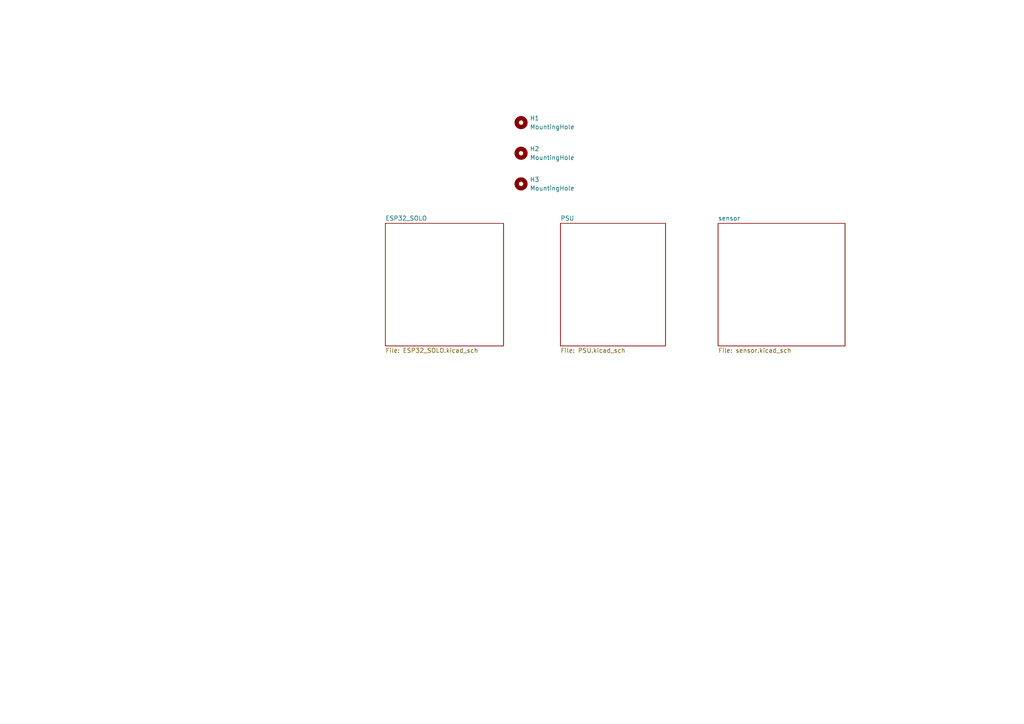
<source format=kicad_sch>
(kicad_sch (version 20211123) (generator eeschema)
  (paper "A4")
  (title_block (title "ESP32 Battery powered sensor") (date "2022-02-13") (rev "1.0"))
  (lib_symbols
    (symbol "Mechanical:MountingHole" (pin_names (offset 1.016))
      (property "Reference" "H" (at 0 5.08 0))
      (property "Value" "MountingHole" (at 0 3.175 0))
      (symbol "MountingHole_0_1"
        (circle (center 0 0) (radius 1.27) (stroke (width 1.27)))
      )
    )
  )
  (symbol (lib_id "Mechanical:MountingHole") (at 151.13 53.34 0) (unit 1)
    (property "Reference" "H3" (at 153.67 52.0699 0) (effects (justify left)))
    (property "Value" "MountingHole" (at 153.67 54.6099 0) (effects (justify left)))
    (property "Footprint" "MountingHole:MountingHole_2.2mm_M2_DIN965" (effects hide))
  )
  (symbol (lib_id "Mechanical:MountingHole") (at 151.13 44.45 0) (unit 1)
    (property "Reference" "H2" (at 153.67 43.1799 0) (effects (justify left)))
    (property "Value" "MountingHole" (at 153.67 45.7199 0) (effects (justify left)))
    (property "Footprint" "MountingHole:MountingHole_2.2mm_M2_DIN965" (effects hide))
  )
  (symbol (lib_id "Mechanical:MountingHole") (at 151.13 35.56 0) (unit 1)
    (property "Reference" "H1" (at 153.67 34.2899 0) (effects (justify left)))
    (property "Value" "MountingHole" (at 153.67 36.8299 0) (effects (justify left)))
    (property "Footprint" "MountingHole:MountingHole_2.2mm_M2_DIN965" (effects hide))
  )
  (sheet (at 208.28 64.77) (size 36.83 35.56) (stroke (width 0.1524))
    (property "Sheet name" "sensor" (at 208.28 64.0584 0) (effects (justify left bottom)))
    (property "Sheet file" "sensor.kicad_sch" (at 208.28 100.9146 0) (effects (justify left top)))
  )
  (sheet (at 162.56 64.77) (size 30.48 35.56) (stroke (width 0.1524))
    (property "Sheet name" "PSU" (at 162.56 64.0584 0) (effects (justify left bottom)))
    (property "Sheet file" "PSU.kicad_sch" (at 162.56 100.9146 0) (effects (justify left top)))
  )
  (sheet (at 111.76 64.77) (size 34.29 35.56) (stroke (width 0.1524))
    (property "Sheet name" "ESP32_SOLO" (at 111.76 64.0584 0) (effects (justify left bottom)))
    (property "Sheet file" "ESP32_SOLO.kicad_sch" (at 111.76 100.9146 0) (effects (justify left top)))
  )
)
</source>
